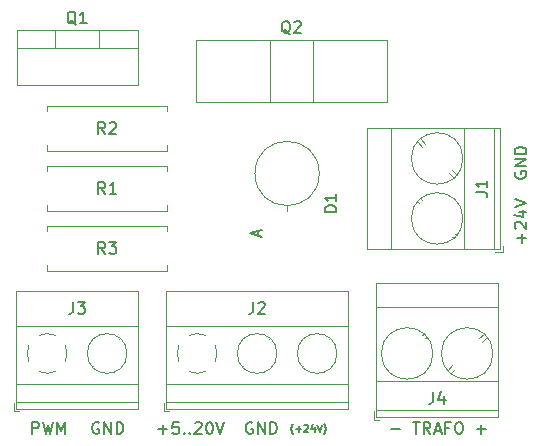
<source format=gbr>
G04 #@! TF.GenerationSoftware,KiCad,Pcbnew,(5.1.2)-1*
G04 #@! TF.CreationDate,2020-10-26T09:15:15+01:00*
G04 #@! TF.ProjectId,Flyback driver Cool-Tip v1.0.0,466c7962-6163-46b2-9064-726976657220,rev?*
G04 #@! TF.SameCoordinates,Original*
G04 #@! TF.FileFunction,Legend,Top*
G04 #@! TF.FilePolarity,Positive*
%FSLAX46Y46*%
G04 Gerber Fmt 4.6, Leading zero omitted, Abs format (unit mm)*
G04 Created by KiCad (PCBNEW (5.1.2)-1) date 2020-10-26 09:15:15*
%MOMM*%
%LPD*%
G04 APERTURE LIST*
%ADD10C,0.150000*%
%ADD11C,0.120000*%
G04 APERTURE END LIST*
D10*
X112285714Y-110571428D02*
X113047619Y-110571428D01*
X112666666Y-110952380D02*
X112666666Y-110190476D01*
X114000000Y-109952380D02*
X113523809Y-109952380D01*
X113476190Y-110428571D01*
X113523809Y-110380952D01*
X113619047Y-110333333D01*
X113857142Y-110333333D01*
X113952380Y-110380952D01*
X114000000Y-110428571D01*
X114047619Y-110523809D01*
X114047619Y-110761904D01*
X114000000Y-110857142D01*
X113952380Y-110904761D01*
X113857142Y-110952380D01*
X113619047Y-110952380D01*
X113523809Y-110904761D01*
X113476190Y-110857142D01*
X114476190Y-110857142D02*
X114523809Y-110904761D01*
X114476190Y-110952380D01*
X114428571Y-110904761D01*
X114476190Y-110857142D01*
X114476190Y-110952380D01*
X114952380Y-110857142D02*
X115000000Y-110904761D01*
X114952380Y-110952380D01*
X114904761Y-110904761D01*
X114952380Y-110857142D01*
X114952380Y-110952380D01*
X115380952Y-110047619D02*
X115428571Y-110000000D01*
X115523809Y-109952380D01*
X115761904Y-109952380D01*
X115857142Y-110000000D01*
X115904761Y-110047619D01*
X115952380Y-110142857D01*
X115952380Y-110238095D01*
X115904761Y-110380952D01*
X115333333Y-110952380D01*
X115952380Y-110952380D01*
X116571428Y-109952380D02*
X116666666Y-109952380D01*
X116761904Y-110000000D01*
X116809523Y-110047619D01*
X116857142Y-110142857D01*
X116904761Y-110333333D01*
X116904761Y-110571428D01*
X116857142Y-110761904D01*
X116809523Y-110857142D01*
X116761904Y-110904761D01*
X116666666Y-110952380D01*
X116571428Y-110952380D01*
X116476190Y-110904761D01*
X116428571Y-110857142D01*
X116380952Y-110761904D01*
X116333333Y-110571428D01*
X116333333Y-110333333D01*
X116380952Y-110142857D01*
X116428571Y-110047619D01*
X116476190Y-110000000D01*
X116571428Y-109952380D01*
X117190476Y-109952380D02*
X117523809Y-110952380D01*
X117857142Y-109952380D01*
X123714285Y-111000000D02*
X123685714Y-110971428D01*
X123628571Y-110885714D01*
X123600000Y-110828571D01*
X123571428Y-110742857D01*
X123542857Y-110600000D01*
X123542857Y-110485714D01*
X123571428Y-110342857D01*
X123600000Y-110257142D01*
X123628571Y-110200000D01*
X123685714Y-110114285D01*
X123714285Y-110085714D01*
X123942857Y-110542857D02*
X124400000Y-110542857D01*
X124171428Y-110771428D02*
X124171428Y-110314285D01*
X124657142Y-110228571D02*
X124685714Y-110200000D01*
X124742857Y-110171428D01*
X124885714Y-110171428D01*
X124942857Y-110200000D01*
X124971428Y-110228571D01*
X125000000Y-110285714D01*
X125000000Y-110342857D01*
X124971428Y-110428571D01*
X124628571Y-110771428D01*
X125000000Y-110771428D01*
X125514285Y-110371428D02*
X125514285Y-110771428D01*
X125371428Y-110142857D02*
X125228571Y-110571428D01*
X125600000Y-110571428D01*
X125742857Y-110171428D02*
X125942857Y-110771428D01*
X126142857Y-110171428D01*
X126285714Y-111000000D02*
X126314285Y-110971428D01*
X126371428Y-110885714D01*
X126400000Y-110828571D01*
X126428571Y-110742857D01*
X126457142Y-110600000D01*
X126457142Y-110485714D01*
X126428571Y-110342857D01*
X126400000Y-110257142D01*
X126371428Y-110200000D01*
X126314285Y-110114285D01*
X126285714Y-110085714D01*
X131976190Y-110571428D02*
X132738095Y-110571428D01*
X133833333Y-109952380D02*
X134404761Y-109952380D01*
X134119047Y-110952380D02*
X134119047Y-109952380D01*
X135309523Y-110952380D02*
X134976190Y-110476190D01*
X134738095Y-110952380D02*
X134738095Y-109952380D01*
X135119047Y-109952380D01*
X135214285Y-110000000D01*
X135261904Y-110047619D01*
X135309523Y-110142857D01*
X135309523Y-110285714D01*
X135261904Y-110380952D01*
X135214285Y-110428571D01*
X135119047Y-110476190D01*
X134738095Y-110476190D01*
X135690476Y-110666666D02*
X136166666Y-110666666D01*
X135595238Y-110952380D02*
X135928571Y-109952380D01*
X136261904Y-110952380D01*
X136928571Y-110428571D02*
X136595238Y-110428571D01*
X136595238Y-110952380D02*
X136595238Y-109952380D01*
X137071428Y-109952380D01*
X137642857Y-109952380D02*
X137833333Y-109952380D01*
X137928571Y-110000000D01*
X138023809Y-110095238D01*
X138071428Y-110285714D01*
X138071428Y-110619047D01*
X138023809Y-110809523D01*
X137928571Y-110904761D01*
X137833333Y-110952380D01*
X137642857Y-110952380D01*
X137547619Y-110904761D01*
X137452380Y-110809523D01*
X137404761Y-110619047D01*
X137404761Y-110285714D01*
X137452380Y-110095238D01*
X137547619Y-110000000D01*
X137642857Y-109952380D01*
X139261904Y-110571428D02*
X140023809Y-110571428D01*
X139642857Y-110952380D02*
X139642857Y-110190476D01*
X143071428Y-94761904D02*
X143071428Y-94000000D01*
X143452380Y-94380952D02*
X142690476Y-94380952D01*
X142547619Y-93571428D02*
X142500000Y-93523809D01*
X142452380Y-93428571D01*
X142452380Y-93190476D01*
X142500000Y-93095238D01*
X142547619Y-93047619D01*
X142642857Y-93000000D01*
X142738095Y-93000000D01*
X142880952Y-93047619D01*
X143452380Y-93619047D01*
X143452380Y-93000000D01*
X142785714Y-92142857D02*
X143452380Y-92142857D01*
X142404761Y-92380952D02*
X143119047Y-92619047D01*
X143119047Y-92000000D01*
X142452380Y-91761904D02*
X143452380Y-91428571D01*
X142452380Y-91095238D01*
X142500000Y-88761904D02*
X142452380Y-88857142D01*
X142452380Y-89000000D01*
X142500000Y-89142857D01*
X142595238Y-89238095D01*
X142690476Y-89285714D01*
X142880952Y-89333333D01*
X143023809Y-89333333D01*
X143214285Y-89285714D01*
X143309523Y-89238095D01*
X143404761Y-89142857D01*
X143452380Y-89000000D01*
X143452380Y-88904761D01*
X143404761Y-88761904D01*
X143357142Y-88714285D01*
X143023809Y-88714285D01*
X143023809Y-88904761D01*
X143452380Y-88285714D02*
X142452380Y-88285714D01*
X143452380Y-87714285D01*
X142452380Y-87714285D01*
X143452380Y-87238095D02*
X142452380Y-87238095D01*
X142452380Y-87000000D01*
X142500000Y-86857142D01*
X142595238Y-86761904D01*
X142690476Y-86714285D01*
X142880952Y-86666666D01*
X143023809Y-86666666D01*
X143214285Y-86714285D01*
X143309523Y-86761904D01*
X143404761Y-86857142D01*
X143452380Y-87000000D01*
X143452380Y-87238095D01*
X120238095Y-110000000D02*
X120142857Y-109952380D01*
X120000000Y-109952380D01*
X119857142Y-110000000D01*
X119761904Y-110095238D01*
X119714285Y-110190476D01*
X119666666Y-110380952D01*
X119666666Y-110523809D01*
X119714285Y-110714285D01*
X119761904Y-110809523D01*
X119857142Y-110904761D01*
X120000000Y-110952380D01*
X120095238Y-110952380D01*
X120238095Y-110904761D01*
X120285714Y-110857142D01*
X120285714Y-110523809D01*
X120095238Y-110523809D01*
X120714285Y-110952380D02*
X120714285Y-109952380D01*
X121285714Y-110952380D01*
X121285714Y-109952380D01*
X121761904Y-110952380D02*
X121761904Y-109952380D01*
X122000000Y-109952380D01*
X122142857Y-110000000D01*
X122238095Y-110095238D01*
X122285714Y-110190476D01*
X122333333Y-110380952D01*
X122333333Y-110523809D01*
X122285714Y-110714285D01*
X122238095Y-110809523D01*
X122142857Y-110904761D01*
X122000000Y-110952380D01*
X121761904Y-110952380D01*
X107238095Y-110000000D02*
X107142857Y-109952380D01*
X107000000Y-109952380D01*
X106857142Y-110000000D01*
X106761904Y-110095238D01*
X106714285Y-110190476D01*
X106666666Y-110380952D01*
X106666666Y-110523809D01*
X106714285Y-110714285D01*
X106761904Y-110809523D01*
X106857142Y-110904761D01*
X107000000Y-110952380D01*
X107095238Y-110952380D01*
X107238095Y-110904761D01*
X107285714Y-110857142D01*
X107285714Y-110523809D01*
X107095238Y-110523809D01*
X107714285Y-110952380D02*
X107714285Y-109952380D01*
X108285714Y-110952380D01*
X108285714Y-109952380D01*
X108761904Y-110952380D02*
X108761904Y-109952380D01*
X109000000Y-109952380D01*
X109142857Y-110000000D01*
X109238095Y-110095238D01*
X109285714Y-110190476D01*
X109333333Y-110380952D01*
X109333333Y-110523809D01*
X109285714Y-110714285D01*
X109238095Y-110809523D01*
X109142857Y-110904761D01*
X109000000Y-110952380D01*
X108761904Y-110952380D01*
X101595238Y-110952380D02*
X101595238Y-109952380D01*
X101976190Y-109952380D01*
X102071428Y-110000000D01*
X102119047Y-110047619D01*
X102166666Y-110142857D01*
X102166666Y-110285714D01*
X102119047Y-110380952D01*
X102071428Y-110428571D01*
X101976190Y-110476190D01*
X101595238Y-110476190D01*
X102500000Y-109952380D02*
X102738095Y-110952380D01*
X102928571Y-110238095D01*
X103119047Y-110952380D01*
X103357142Y-109952380D01*
X103738095Y-110952380D02*
X103738095Y-109952380D01*
X104071428Y-110666666D01*
X104404761Y-109952380D01*
X104404761Y-110952380D01*
D11*
X113020000Y-97170000D02*
X113020000Y-96690000D01*
X102880000Y-97170000D02*
X113020000Y-97170000D01*
X102880000Y-96690000D02*
X102880000Y-97170000D01*
X113020000Y-93330000D02*
X113020000Y-93810000D01*
X102880000Y-93330000D02*
X113020000Y-93330000D01*
X102880000Y-93810000D02*
X102880000Y-93330000D01*
X113020000Y-92090000D02*
X113020000Y-91610000D01*
X102880000Y-92090000D02*
X113020000Y-92090000D01*
X102880000Y-91610000D02*
X102880000Y-92090000D01*
X113020000Y-88250000D02*
X113020000Y-88730000D01*
X102880000Y-88250000D02*
X113020000Y-88250000D01*
X102880000Y-88730000D02*
X102880000Y-88250000D01*
X100030000Y-109040000D02*
X100530000Y-109040000D01*
X100030000Y-108300000D02*
X100030000Y-109040000D01*
X106723000Y-105163000D02*
X106676000Y-105209000D01*
X109020000Y-102865000D02*
X108985000Y-102901000D01*
X106916000Y-105379000D02*
X106881000Y-105414000D01*
X109225000Y-103071000D02*
X109178000Y-103117000D01*
X110550000Y-98879000D02*
X110550000Y-108800000D01*
X100270000Y-98879000D02*
X100270000Y-108800000D01*
X100270000Y-108800000D02*
X110550000Y-108800000D01*
X100270000Y-98879000D02*
X110550000Y-98879000D01*
X100270000Y-101839000D02*
X110550000Y-101839000D01*
X100270000Y-106740000D02*
X110550000Y-106740000D01*
X100270000Y-108240000D02*
X110550000Y-108240000D01*
X109630000Y-104140000D02*
G75*
G03X109630000Y-104140000I-1680000J0D01*
G01*
X102898805Y-105820253D02*
G75*
G02X102186000Y-105675000I-28805J1680253D01*
G01*
X101334574Y-104823042D02*
G75*
G02X101335000Y-103456000I1535426J683042D01*
G01*
X102186958Y-102604574D02*
G75*
G02X103554000Y-102605000I683042J-1535426D01*
G01*
X104405426Y-103456958D02*
G75*
G02X104405000Y-104824000I-1535426J-683042D01*
G01*
X103553318Y-105674756D02*
G75*
G02X102870000Y-105820000I-683318J1534756D01*
G01*
X123190000Y-91620000D02*
X123190000Y-92080000D01*
X125910000Y-88900000D02*
G75*
G03X125910000Y-88900000I-2720000J0D01*
G01*
X125365000Y-77559000D02*
X125365000Y-82830000D01*
X121756000Y-77559000D02*
X121756000Y-82830000D01*
X131630000Y-77559000D02*
X131630000Y-82830000D01*
X115490000Y-77559000D02*
X115490000Y-82830000D01*
X115490000Y-82830000D02*
X131630000Y-82830000D01*
X115490000Y-77559000D02*
X131630000Y-77559000D01*
X141490000Y-95550000D02*
X141490000Y-95050000D01*
X140750000Y-95550000D02*
X141490000Y-95550000D01*
X136882000Y-88888000D02*
X137278000Y-89283000D01*
X134236000Y-86242000D02*
X134616000Y-86622000D01*
X137164000Y-88637000D02*
X137544000Y-89017000D01*
X134502000Y-85976000D02*
X134898000Y-86371000D01*
X137171000Y-94258000D02*
X137278000Y-94364000D01*
X134236000Y-91322000D02*
X134343000Y-91429000D01*
X137437000Y-93992000D02*
X137544000Y-94098000D01*
X134502000Y-91056000D02*
X134609000Y-91163000D01*
X129930000Y-85030000D02*
X141250000Y-85030000D01*
X129930000Y-95310000D02*
X141250000Y-95310000D01*
X141250000Y-95310000D02*
X141250000Y-85030000D01*
X129930000Y-95310000D02*
X129930000Y-85030000D01*
X131990000Y-95310000D02*
X131990000Y-85030000D01*
X138190000Y-95310000D02*
X138190000Y-85030000D01*
X140690000Y-95310000D02*
X140690000Y-85030000D01*
X138070000Y-87630000D02*
G75*
G03X138070000Y-87630000I-2180000J0D01*
G01*
X138070000Y-92710000D02*
G75*
G03X138070000Y-92710000I-2180000J0D01*
G01*
X130510000Y-109740000D02*
X131010000Y-109740000D01*
X130510000Y-109000000D02*
X130510000Y-109740000D01*
X137172000Y-105132000D02*
X136777000Y-105528000D01*
X139818000Y-102486000D02*
X139438000Y-102866000D01*
X137423000Y-105414000D02*
X137043000Y-105794000D01*
X140084000Y-102752000D02*
X139689000Y-103148000D01*
X131802000Y-105421000D02*
X131696000Y-105528000D01*
X134738000Y-102486000D02*
X134631000Y-102593000D01*
X132068000Y-105687000D02*
X131962000Y-105794000D01*
X135004000Y-102752000D02*
X134897000Y-102859000D01*
X141030000Y-98180000D02*
X141030000Y-109500000D01*
X130750000Y-98180000D02*
X130750000Y-109500000D01*
X130750000Y-109500000D02*
X141030000Y-109500000D01*
X130750000Y-98180000D02*
X141030000Y-98180000D01*
X130750000Y-100240000D02*
X141030000Y-100240000D01*
X130750000Y-106440000D02*
X141030000Y-106440000D01*
X130750000Y-108940000D02*
X141030000Y-108940000D01*
X140610000Y-104140000D02*
G75*
G03X140610000Y-104140000I-2180000J0D01*
G01*
X135530000Y-104140000D02*
G75*
G03X135530000Y-104140000I-2180000J0D01*
G01*
X100290000Y-76740000D02*
X110530000Y-76740000D01*
X100290000Y-81381000D02*
X110530000Y-81381000D01*
X100290000Y-76740000D02*
X100290000Y-81381000D01*
X110530000Y-76740000D02*
X110530000Y-81381000D01*
X100290000Y-78250000D02*
X110530000Y-78250000D01*
X103560000Y-76740000D02*
X103560000Y-78250000D01*
X107261000Y-76740000D02*
X107261000Y-78250000D01*
X113020000Y-86530000D02*
X113020000Y-87010000D01*
X113020000Y-87010000D02*
X102880000Y-87010000D01*
X102880000Y-87010000D02*
X102880000Y-86530000D01*
X113020000Y-83650000D02*
X113020000Y-83170000D01*
X113020000Y-83170000D02*
X102880000Y-83170000D01*
X102880000Y-83170000D02*
X102880000Y-83650000D01*
X116253318Y-105674756D02*
G75*
G02X115570000Y-105820000I-683318J1534756D01*
G01*
X117105426Y-103456958D02*
G75*
G02X117105000Y-104824000I-1535426J-683042D01*
G01*
X114886958Y-102604574D02*
G75*
G02X116254000Y-102605000I683042J-1535426D01*
G01*
X114034574Y-104823042D02*
G75*
G02X114035000Y-103456000I1535426J683042D01*
G01*
X115598805Y-105820253D02*
G75*
G02X114886000Y-105675000I-28805J1680253D01*
G01*
X122330000Y-104140000D02*
G75*
G03X122330000Y-104140000I-1680000J0D01*
G01*
X127410000Y-104140000D02*
G75*
G03X127410000Y-104140000I-1680000J0D01*
G01*
X112970000Y-108240000D02*
X128330000Y-108240000D01*
X112970000Y-106740000D02*
X128330000Y-106740000D01*
X112970000Y-101839000D02*
X128330000Y-101839000D01*
X112970000Y-98879000D02*
X128330000Y-98879000D01*
X112970000Y-108800000D02*
X128330000Y-108800000D01*
X112970000Y-98879000D02*
X112970000Y-108800000D01*
X128330000Y-98879000D02*
X128330000Y-108800000D01*
X121925000Y-103071000D02*
X121878000Y-103117000D01*
X119616000Y-105379000D02*
X119581000Y-105414000D01*
X121720000Y-102865000D02*
X121685000Y-102901000D01*
X119423000Y-105163000D02*
X119376000Y-105209000D01*
X127005000Y-103071000D02*
X126958000Y-103117000D01*
X124696000Y-105379000D02*
X124661000Y-105414000D01*
X126800000Y-102865000D02*
X126765000Y-102901000D01*
X124503000Y-105163000D02*
X124456000Y-105209000D01*
X112730000Y-108300000D02*
X112730000Y-109040000D01*
X112730000Y-109040000D02*
X113230000Y-109040000D01*
D10*
X107783333Y-95702380D02*
X107450000Y-95226190D01*
X107211904Y-95702380D02*
X107211904Y-94702380D01*
X107592857Y-94702380D01*
X107688095Y-94750000D01*
X107735714Y-94797619D01*
X107783333Y-94892857D01*
X107783333Y-95035714D01*
X107735714Y-95130952D01*
X107688095Y-95178571D01*
X107592857Y-95226190D01*
X107211904Y-95226190D01*
X108116666Y-94702380D02*
X108735714Y-94702380D01*
X108402380Y-95083333D01*
X108545238Y-95083333D01*
X108640476Y-95130952D01*
X108688095Y-95178571D01*
X108735714Y-95273809D01*
X108735714Y-95511904D01*
X108688095Y-95607142D01*
X108640476Y-95654761D01*
X108545238Y-95702380D01*
X108259523Y-95702380D01*
X108164285Y-95654761D01*
X108116666Y-95607142D01*
X107783333Y-90622380D02*
X107450000Y-90146190D01*
X107211904Y-90622380D02*
X107211904Y-89622380D01*
X107592857Y-89622380D01*
X107688095Y-89670000D01*
X107735714Y-89717619D01*
X107783333Y-89812857D01*
X107783333Y-89955714D01*
X107735714Y-90050952D01*
X107688095Y-90098571D01*
X107592857Y-90146190D01*
X107211904Y-90146190D01*
X108735714Y-90622380D02*
X108164285Y-90622380D01*
X108450000Y-90622380D02*
X108450000Y-89622380D01*
X108354761Y-89765238D01*
X108259523Y-89860476D01*
X108164285Y-89908095D01*
X105076666Y-99782380D02*
X105076666Y-100496666D01*
X105029047Y-100639523D01*
X104933809Y-100734761D01*
X104790952Y-100782380D01*
X104695714Y-100782380D01*
X105457619Y-99782380D02*
X106076666Y-99782380D01*
X105743333Y-100163333D01*
X105886190Y-100163333D01*
X105981428Y-100210952D01*
X106029047Y-100258571D01*
X106076666Y-100353809D01*
X106076666Y-100591904D01*
X106029047Y-100687142D01*
X105981428Y-100734761D01*
X105886190Y-100782380D01*
X105600476Y-100782380D01*
X105505238Y-100734761D01*
X105457619Y-100687142D01*
X127362380Y-92178095D02*
X126362380Y-92178095D01*
X126362380Y-91940000D01*
X126410000Y-91797142D01*
X126505238Y-91701904D01*
X126600476Y-91654285D01*
X126790952Y-91606666D01*
X126933809Y-91606666D01*
X127124285Y-91654285D01*
X127219523Y-91701904D01*
X127314761Y-91797142D01*
X127362380Y-91940000D01*
X127362380Y-92178095D01*
X127362380Y-90654285D02*
X127362380Y-91225714D01*
X127362380Y-90940000D02*
X126362380Y-90940000D01*
X126505238Y-91035238D01*
X126600476Y-91130476D01*
X126648095Y-91225714D01*
X120756666Y-94218095D02*
X120756666Y-93741904D01*
X121042380Y-94313333D02*
X120042380Y-93980000D01*
X121042380Y-93646666D01*
X123464761Y-77107619D02*
X123369523Y-77060000D01*
X123274285Y-76964761D01*
X123131428Y-76821904D01*
X123036190Y-76774285D01*
X122940952Y-76774285D01*
X122988571Y-77012380D02*
X122893333Y-76964761D01*
X122798095Y-76869523D01*
X122750476Y-76679047D01*
X122750476Y-76345714D01*
X122798095Y-76155238D01*
X122893333Y-76060000D01*
X122988571Y-76012380D01*
X123179047Y-76012380D01*
X123274285Y-76060000D01*
X123369523Y-76155238D01*
X123417142Y-76345714D01*
X123417142Y-76679047D01*
X123369523Y-76869523D01*
X123274285Y-76964761D01*
X123179047Y-77012380D01*
X122988571Y-77012380D01*
X123798095Y-76107619D02*
X123845714Y-76060000D01*
X123940952Y-76012380D01*
X124179047Y-76012380D01*
X124274285Y-76060000D01*
X124321904Y-76107619D01*
X124369523Y-76202857D01*
X124369523Y-76298095D01*
X124321904Y-76440952D01*
X123750476Y-77012380D01*
X124369523Y-77012380D01*
X139152380Y-90503333D02*
X139866666Y-90503333D01*
X140009523Y-90550952D01*
X140104761Y-90646190D01*
X140152380Y-90789047D01*
X140152380Y-90884285D01*
X140152380Y-89503333D02*
X140152380Y-90074761D01*
X140152380Y-89789047D02*
X139152380Y-89789047D01*
X139295238Y-89884285D01*
X139390476Y-89979523D01*
X139438095Y-90074761D01*
X135556666Y-107402380D02*
X135556666Y-108116666D01*
X135509047Y-108259523D01*
X135413809Y-108354761D01*
X135270952Y-108402380D01*
X135175714Y-108402380D01*
X136461428Y-107735714D02*
X136461428Y-108402380D01*
X136223333Y-107354761D02*
X135985238Y-108069047D01*
X136604285Y-108069047D01*
X105314761Y-76287619D02*
X105219523Y-76240000D01*
X105124285Y-76144761D01*
X104981428Y-76001904D01*
X104886190Y-75954285D01*
X104790952Y-75954285D01*
X104838571Y-76192380D02*
X104743333Y-76144761D01*
X104648095Y-76049523D01*
X104600476Y-75859047D01*
X104600476Y-75525714D01*
X104648095Y-75335238D01*
X104743333Y-75240000D01*
X104838571Y-75192380D01*
X105029047Y-75192380D01*
X105124285Y-75240000D01*
X105219523Y-75335238D01*
X105267142Y-75525714D01*
X105267142Y-75859047D01*
X105219523Y-76049523D01*
X105124285Y-76144761D01*
X105029047Y-76192380D01*
X104838571Y-76192380D01*
X106219523Y-76192380D02*
X105648095Y-76192380D01*
X105933809Y-76192380D02*
X105933809Y-75192380D01*
X105838571Y-75335238D01*
X105743333Y-75430476D01*
X105648095Y-75478095D01*
X107783333Y-85542380D02*
X107450000Y-85066190D01*
X107211904Y-85542380D02*
X107211904Y-84542380D01*
X107592857Y-84542380D01*
X107688095Y-84590000D01*
X107735714Y-84637619D01*
X107783333Y-84732857D01*
X107783333Y-84875714D01*
X107735714Y-84970952D01*
X107688095Y-85018571D01*
X107592857Y-85066190D01*
X107211904Y-85066190D01*
X108164285Y-84637619D02*
X108211904Y-84590000D01*
X108307142Y-84542380D01*
X108545238Y-84542380D01*
X108640476Y-84590000D01*
X108688095Y-84637619D01*
X108735714Y-84732857D01*
X108735714Y-84828095D01*
X108688095Y-84970952D01*
X108116666Y-85542380D01*
X108735714Y-85542380D01*
X120316666Y-99782380D02*
X120316666Y-100496666D01*
X120269047Y-100639523D01*
X120173809Y-100734761D01*
X120030952Y-100782380D01*
X119935714Y-100782380D01*
X120745238Y-99877619D02*
X120792857Y-99830000D01*
X120888095Y-99782380D01*
X121126190Y-99782380D01*
X121221428Y-99830000D01*
X121269047Y-99877619D01*
X121316666Y-99972857D01*
X121316666Y-100068095D01*
X121269047Y-100210952D01*
X120697619Y-100782380D01*
X121316666Y-100782380D01*
M02*

</source>
